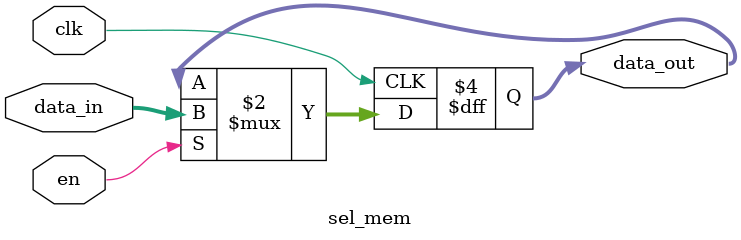
<source format=v>

module sel_mem (
   input wire        clk,
   input wire        en,
   input wire [3:0]  data_in,
   output reg [3:0]  data_out
);

   always @ (posedge clk) begin
      if (en)
         data_out <= data_in;
   end
   
endmodule
</source>
